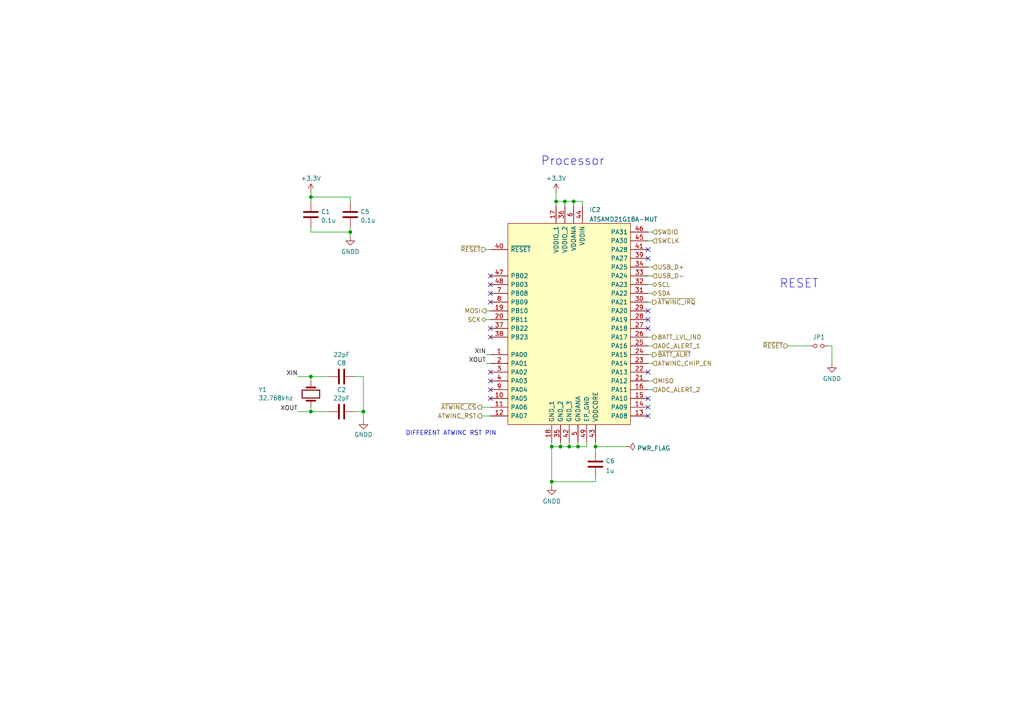
<source format=kicad_sch>
(kicad_sch (version 20231120) (generator "eeschema") (generator_version "8.0")
  (paper "A4")
  (lib_symbols
    (symbol "0.power-symbols:+3.3V" (power) (pin_names (offset 0))
      (property "Value" "+3.3V" (at 0 3.556 0))
      (symbol "+3.3V_0_1"
        (polyline (pts (xy -0.762 1.27) (xy 0 2.54)))
        (polyline (pts (xy 0 0) (xy 0 2.54)))
        (polyline (pts (xy 0 2.54) (xy 0.762 1.27)))
      )
      (symbol "+3.3V_1_1"
        (pin power_in line (at 0 0 90) (length 0) hide (name "+3V3") (number "1"))
      )
    )
    (symbol "0.power-symbols:GNDD" (power) (pin_names (offset 0))
      (property "Value" "GNDD" (at 0 -3.81 0))
      (symbol "GNDD_0_1"
        (polyline (pts (xy 0 0) (xy 0 -1.27) (xy 1.27 -1.27) (xy 0 -2.54) (xy -1.27 -1.27) (xy 0 -1.27)))
      )
      (symbol "GNDD_1_1"
        (pin power_in line (at 0 0 270) (length 0) hide (name "GNDD") (number "1"))
      )
    )
    (symbol "0.power-symbols:PWR_FLAG" (power) (pin_numbers hide) (pin_names (offset 0) hide)
      (property "Value" "PWR_FLAG" (at 0 3.81 0))
      (symbol "PWR_FLAG_0_0"
        (pin power_out line (at 0 0 90) (length 0) (name "pwr") (number "1"))
      )
      (symbol "PWR_FLAG_0_1"
        (polyline (pts (xy 0 0) (xy 0 1.27) (xy -1.016 1.905) (xy 0 2.54) (xy 1.016 1.905) (xy 0 1.27)))
      )
    )
    (symbol "1.semi.embedded_samdx:ATSAMD21G18A-MUT" (pin_names (offset 0.762))
      (property "Reference" "IC2" (at 5.8294 34.3957 0))
      (property "Value" "ATSAMD21G18A-MUT" (at 5.8294 31.6206 0))
      (symbol "ATSAMD21G18A-MUT_0_0"
        (pin passive line (at -22.86 -7.62 0) (length 5.08) (name "PA00") (number "1"))
        (pin passive line (at -22.86 -20.32 0) (length 5.08) (name "PA05") (number "10"))
        (pin passive line (at -22.86 -22.86 0) (length 5.08) (name "PA06") (number "11"))
        (pin passive line (at -22.86 -25.4 0) (length 5.08) (name "PA07") (number "12"))
        (pin passive line (at 22.86 -25.4 180) (length 5.08) (name "PA08") (number "13"))
        (pin passive line (at 22.86 -22.86 180) (length 5.08) (name "PA09") (number "14"))
        (pin passive line (at 22.86 -20.32 180) (length 5.08) (name "PA10") (number "15"))
        (pin passive line (at 22.86 -17.78 180) (length 5.08) (name "PA11") (number "16"))
        (pin power_in line (at -3.81 35.56 270) (length 5.08) (name "VDDIO_1") (number "17"))
        (pin power_in line (at -5.08 -33.02 90) (length 5.08) (name "GND_1") (number "18"))
        (pin passive line (at -22.86 5.08 0) (length 5.08) (name "PB10") (number "19"))
        (pin passive line (at -22.86 -10.16 0) (length 5.08) (name "PA01") (number "2"))
        (pin passive line (at -22.86 2.54 0) (length 5.08) (name "PB11") (number "20"))
        (pin passive line (at 22.86 -15.24 180) (length 5.08) (name "PA12") (number "21"))
        (pin passive line (at 22.86 -12.7 180) (length 5.08) (name "PA13") (number "22"))
        (pin passive line (at 22.86 -10.16 180) (length 5.08) (name "PA14") (number "23"))
        (pin passive line (at 22.86 -7.62 180) (length 5.08) (name "PA15") (number "24"))
        (pin passive line (at 22.86 -5.08 180) (length 5.08) (name "PA16") (number "25"))
        (pin passive line (at 22.86 -2.54 180) (length 5.08) (name "PA17") (number "26"))
        (pin passive line (at 22.86 0 180) (length 5.08) (name "PA18") (number "27"))
        (pin passive line (at 22.86 2.54 180) (length 5.08) (name "PA19") (number "28"))
        (pin passive line (at 22.86 5.08 180) (length 5.08) (name "PA20") (number "29"))
        (pin passive line (at -22.86 -12.7 0) (length 5.08) (name "PA02") (number "3"))
        (pin passive line (at 22.86 7.62 180) (length 5.08) (name "PA21") (number "30"))
        (pin passive line (at 22.86 10.16 180) (length 5.08) (name "PA22") (number "31"))
        (pin passive line (at 22.86 12.7 180) (length 5.08) (name "PA23") (number "32"))
        (pin passive line (at 22.86 15.24 180) (length 5.08) (name "PA24") (number "33"))
        (pin passive line (at 22.86 17.78 180) (length 5.08) (name "PA25") (number "34"))
        (pin power_in line (at -2.54 -33.02 90) (length 5.08) (name "GND_2") (number "35"))
        (pin power_in line (at -1.27 35.56 270) (length 5.08) (name "VDDIO_2") (number "36"))
        (pin passive line (at -22.86 0 0) (length 5.08) (name "PB22") (number "37"))
        (pin passive line (at -22.86 -2.54 0) (length 5.08) (name "PB23") (number "38"))
        (pin passive line (at 22.86 20.32 180) (length 5.08) (name "PA27") (number "39"))
        (pin passive line (at -22.86 -15.24 0) (length 5.08) (name "PA03") (number "4"))
        (pin passive line (at -22.86 22.86 0) (length 5.08) (name "~{RESET}") (number "40"))
        (pin passive line (at 22.86 22.86 180) (length 5.08) (name "PA28") (number "41"))
        (pin power_in line (at 0 -33.02 90) (length 5.08) (name "GND_3") (number "42"))
        (pin power_in line (at 7.62 -33.02 90) (length 5.08) (name "VDDCORE") (number "43"))
        (pin power_in line (at 3.81 35.56 270) (length 5.08) (name "VDDIN") (number "44"))
        (pin passive line (at 22.86 25.4 180) (length 5.08) (name "PA30") (number "45"))
        (pin passive line (at 22.86 27.94 180) (length 5.08) (name "PA31") (number "46"))
        (pin passive line (at -22.86 15.24 0) (length 5.08) (name "PB02") (number "47"))
        (pin passive line (at -22.86 12.7 0) (length 5.08) (name "PB03") (number "48"))
        (pin power_in line (at 5.08 -33.02 90) (length 5.08) (name "EP_GND") (number "49"))
        (pin power_in line (at 2.54 -33.02 90) (length 5.08) (name "GNDANA") (number "5"))
        (pin power_in line (at 1.27 35.56 270) (length 5.08) (name "VDDANA") (number "6"))
        (pin passive line (at -22.86 10.16 0) (length 5.08) (name "PB08") (number "7"))
        (pin passive line (at -22.86 7.62 0) (length 5.08) (name "PB09") (number "8"))
        (pin passive line (at -22.86 -17.78 0) (length 5.08) (name "PA04") (number "9"))
      )
      (symbol "ATSAMD21G18A-MUT_0_1"
        (polyline (pts (xy -17.78 30.48) (xy 17.78 30.48) (xy 17.78 -27.94) (xy -17.78 -27.94) (xy -17.78 30.48)) (stroke (width 0.1524)) (fill (type background)))
      )
    )
    (symbol "2.passive:C" (pin_numbers hide) (pin_names (offset 0.254))
      (property "Reference" "C" (at 0.635 2.54 0))
      (property "Value" "C" (at 0.635 -2.54 0))
      (symbol "C_0_1"
        (polyline (pts (xy -2.032 -0.762) (xy 2.032 -0.762)) (stroke (width 0.508)))
        (polyline (pts (xy -2.032 0.762) (xy 2.032 0.762)) (stroke (width 0.508)))
      )
      (symbol "C_1_1"
        (pin passive line (at 0 3.81 270) (length 2.794) (name "~") (number "1"))
        (pin passive line (at 0 -3.81 90) (length 2.794) (name "~") (number "2"))
      )
    )
    (symbol "2.passive:Crystal" (pin_numbers hide) (pin_names (offset 1.016) hide)
      (property "Reference" "Y" (at 0 3.81 0))
      (property "Value" "Crystal" (at 0 -3.81 0))
      (symbol "Crystal_0_1"
        (rectangle (start -1.143 2.54) (end 1.143 -2.54) (stroke (width 0.3048)))
        (polyline (pts (xy -2.54 0) (xy -1.905 0)))
        (polyline (pts (xy -1.905 -1.27) (xy -1.905 1.27)) (stroke (width 0.508)))
        (polyline (pts (xy 1.905 -1.27) (xy 1.905 1.27)) (stroke (width 0.508)))
        (polyline (pts (xy 2.54 0) (xy 1.905 0)))
      )
      (symbol "Crystal_1_1"
        (pin passive line (at -3.81 0 0) (length 1.27) (name "1") (number "1"))
        (pin passive line (at 3.81 0 180) (length 1.27) (name "2") (number "2"))
      )
    )
    (symbol "2.passive:Jumper_NO_Small" (pin_numbers hide) (pin_names (offset 0.762) hide)
      (property "Reference" "JP" (at 0 2.032 0))
      (property "Value" "Jumper_NO_Small" (at 0.254 -1.524 0))
      (symbol "Jumper_NO_Small_0_1"
        (circle (center -1.016 0) (radius 0.508))
        (circle (center 1.016 0) (radius 0.508))
        (pin passive line (at -2.54 0 0) (length 1.016) (name "1") (number "1"))
        (pin passive line (at 2.54 0 180) (length 1.016) (name "2") (number "2"))
      )
    )
  )
  (junction (at 90.17 57.15))
  (junction (at 166.37 58.42))
  (junction (at 161.29 58.42))
  (junction (at 105.41 119.38))
  (junction (at 90.17 109.22))
  (junction (at 160.02 129.54))
  (junction (at 160.02 139.7))
  (junction (at 90.17 119.38))
  (junction (at 162.56 129.54))
  (junction (at 172.72 129.54))
  (junction (at 163.83 58.42))
  (junction (at 101.6 67.31))
  (junction (at 167.64 129.54))
  (junction (at 165.1 129.54))
  (no_connect (at 187.96 115.57))
  (no_connect (at 142.24 95.25))
  (no_connect (at 142.24 85.09))
  (no_connect (at 142.24 107.95))
  (no_connect (at 187.96 74.93))
  (no_connect (at 142.24 110.49))
  (no_connect (at 142.24 113.03))
  (no_connect (at 187.96 120.65))
  (no_connect (at 187.96 95.25))
  (no_connect (at 142.24 82.55))
  (no_connect (at 142.24 87.63))
  (no_connect (at 142.24 80.01))
  (no_connect (at 187.96 118.11))
  (no_connect (at 142.24 97.79))
  (no_connect (at 187.96 92.71))
  (no_connect (at 187.96 72.39))
  (no_connect (at 187.96 107.95))
  (no_connect (at 142.24 115.57))
  (no_connect (at 187.96 90.17))
  (wire (pts (xy 165.1 129.54) (xy 167.64 129.54)))
  (wire (pts (xy 170.18 128.27) (xy 170.18 129.54)))
  (wire (pts (xy 187.96 69.85) (xy 189.23 69.85)))
  (wire (pts (xy 105.41 109.22) (xy 102.87 109.22)))
  (wire (pts (xy 160.02 129.54) (xy 160.02 139.7)))
  (wire (pts (xy 90.17 109.22) (xy 90.17 110.49)))
  (wire (pts (xy 187.96 110.49) (xy 189.23 110.49)))
  (wire (pts (xy 139.7 118.11) (xy 142.24 118.11)))
  (wire (pts (xy 172.72 129.54) (xy 181.61 129.54)))
  (wire (pts (xy 139.7 120.65) (xy 142.24 120.65)))
  (wire (pts (xy 90.17 57.15) (xy 101.6 57.15)))
  (wire (pts (xy 86.36 119.38) (xy 90.17 119.38)))
  (wire (pts (xy 90.17 57.15) (xy 90.17 58.42)))
  (wire (pts (xy 166.37 58.42) (xy 166.37 59.69)))
  (wire (pts (xy 101.6 66.04) (xy 101.6 67.31)))
  (wire (pts (xy 90.17 109.22) (xy 95.25 109.22)))
  (wire (pts (xy 160.02 128.27) (xy 160.02 129.54)))
  (wire (pts (xy 187.96 102.87) (xy 189.23 102.87)))
  (wire (pts (xy 90.17 118.11) (xy 90.17 119.38)))
  (wire (pts (xy 140.97 105.41) (xy 142.24 105.41)))
  (wire (pts (xy 162.56 129.54) (xy 165.1 129.54)))
  (wire (pts (xy 101.6 57.15) (xy 101.6 58.42)))
  (wire (pts (xy 189.23 82.55) (xy 187.96 82.55)))
  (wire (pts (xy 187.96 105.41) (xy 189.23 105.41)))
  (wire (pts (xy 161.29 58.42) (xy 163.83 58.42)))
  (wire (pts (xy 187.96 113.03) (xy 189.23 113.03)))
  (wire (pts (xy 102.87 119.38) (xy 105.41 119.38)))
  (wire (pts (xy 187.96 100.33) (xy 189.23 100.33)))
  (wire (pts (xy 187.96 67.31) (xy 189.23 67.31)))
  (wire (pts (xy 189.23 85.09) (xy 187.96 85.09)))
  (wire (pts (xy 172.72 128.27) (xy 172.72 129.54)))
  (wire (pts (xy 105.41 121.92) (xy 105.41 119.38)))
  (wire (pts (xy 165.1 128.27) (xy 165.1 129.54)))
  (wire (pts (xy 86.36 109.22) (xy 90.17 109.22)))
  (wire (pts (xy 187.96 97.79) (xy 189.23 97.79)))
  (wire (pts (xy 90.17 119.38) (xy 95.25 119.38)))
  (wire (pts (xy 187.96 80.01) (xy 189.23 80.01)))
  (wire (pts (xy 101.6 68.58) (xy 101.6 67.31)))
  (wire (pts (xy 161.29 55.88) (xy 161.29 58.42)))
  (wire (pts (xy 168.91 58.42) (xy 168.91 59.69)))
  (wire (pts (xy 189.23 77.47) (xy 187.96 77.47)))
  (wire (pts (xy 160.02 139.7) (xy 160.02 140.97)))
  (wire (pts (xy 161.29 58.42) (xy 161.29 59.69)))
  (wire (pts (xy 140.97 90.17) (xy 142.24 90.17)))
  (wire (pts (xy 90.17 66.04) (xy 90.17 67.31)))
  (wire (pts (xy 166.37 58.42) (xy 168.91 58.42)))
  (wire (pts (xy 160.02 129.54) (xy 162.56 129.54)))
  (wire (pts (xy 172.72 139.7) (xy 172.72 138.43)))
  (wire (pts (xy 105.41 119.38) (xy 105.41 109.22)))
  (wire (pts (xy 162.56 128.27) (xy 162.56 129.54)))
  (wire (pts (xy 90.17 55.88) (xy 90.17 57.15)))
  (wire (pts (xy 140.97 72.39) (xy 142.24 72.39)))
  (wire (pts (xy 90.17 67.31) (xy 101.6 67.31)))
  (wire (pts (xy 187.96 87.63) (xy 189.23 87.63)))
  (wire (pts (xy 172.72 129.54) (xy 172.72 130.81)))
  (wire (pts (xy 241.3 100.33) (xy 241.3 105.41)))
  (wire (pts (xy 167.64 128.27) (xy 167.64 129.54)))
  (wire (pts (xy 172.72 139.7) (xy 160.02 139.7)))
  (wire (pts (xy 241.3 100.33) (xy 240.03 100.33)))
  (wire (pts (xy 167.64 129.54) (xy 170.18 129.54)))
  (wire (pts (xy 163.83 58.42) (xy 163.83 59.69)))
  (wire (pts (xy 140.97 92.71) (xy 142.24 92.71)))
  (wire (pts (xy 140.97 102.87) (xy 142.24 102.87)))
  (wire (pts (xy 228.6 100.33) (xy 234.95 100.33)))
  (wire (pts (xy 163.83 58.42) (xy 166.37 58.42)))
  (text "RESET" (at 226.06 83.82 0) (effects (font (size 2.4892 2.4892)) (justify left bottom)))
  (text "DIFFERENT ATWINC RST PIN" (at 130.81 125.73 0) (effects (font (size 1.27 1.27))))
  (text "Processor" (at 156.845 48.26 0) (effects (font (size 2.4892 2.4892)) (justify left bottom)))
  (label "XOUT" (at 86.36 119.38 180))
  (label "XIN" (at 86.36 109.22 180))
  (label "XOUT" (at 140.97 105.41 180))
  (label "XIN" (at 140.97 102.87 180))
  (hierarchical_label "MISO" (shape input) (at 189.23 110.49 0))
  (hierarchical_label "BATT_LVL_IND" (shape output) (at 189.23 97.79 0))
  (hierarchical_label "~{RESET}" (shape input) (at 228.6 100.33 180))
  (hierarchical_label "SCL" (shape bidirectional) (at 189.23 82.55 0))
  (hierarchical_label "USB_D-" (shape input) (at 189.23 80.01 0))
  (hierarchical_label "SDA" (shape bidirectional) (at 189.23 85.09 0))
  (hierarchical_label "~{ATWINC_IRQ}" (shape output) (at 189.23 87.63 0))
  (hierarchical_label "MOSI" (shape output) (at 140.97 90.17 180))
  (hierarchical_label "SWCLK" (shape input) (at 189.23 69.85 0))
  (hierarchical_label "ADC_ALERT_1" (shape input) (at 189.23 100.33 0))
  (hierarchical_label "~{BATT_ALRT}" (shape output) (at 189.23 102.87 0))
  (hierarchical_label "ATWINC_RST" (shape output) (at 139.7 120.65 180))
  (hierarchical_label "SWDIO" (shape input) (at 189.23 67.31 0))
  (hierarchical_label "~{ATWINC_CS}" (shape output) (at 139.7 118.11 180))
  (hierarchical_label "ATWINC_CHIP_EN" (shape input) (at 189.23 105.41 0))
  (hierarchical_label "SCK" (shape bidirectional) (at 140.97 92.71 180))
  (hierarchical_label "~{RESET}" (shape input) (at 140.97 72.39 180))
  (hierarchical_label "ADC_ALERT_2" (shape input) (at 189.23 113.03 0))
  (hierarchical_label "USB_D+" (shape input) (at 189.23 77.47 0))
  (symbol (lib_id "0.power-symbols:GNDD") (at 160.02 140.97 0) (unit 1)
    (property "Reference" "#PWR08" (effects (hide yes)))
    (property "Value" "GNDD" (at 160.02 145.4134 0))
  )
  (symbol (lib_id "0.power-symbols:GNDD") (at 105.41 121.92 0) (unit 1)
    (property "Reference" "#PWR01" (effects (hide yes)))
    (property "Value" "GNDD" (at 105.41 126.0531 0))
  )
  (symbol (lib_id "0.power-symbols:PWR_FLAG") (at 181.61 129.54 270) (unit 1)
    (property "Reference" "#FLG01" (effects (hide yes)))
    (property "Value" "PWR_FLAG" (at 184.785 130.019 90) (effects (justify left)))
  )
  (symbol (lib_id "0.power-symbols:GNDD") (at 101.6 68.58 0) (unit 1)
    (property "Reference" "#PWR07" (effects (hide yes)))
    (property "Value" "GNDD" (at 101.6 73.0234 0))
  )
  (symbol (lib_id "2.passive:C") (at 99.06 109.22 270) (unit 1)
    (property "Reference" "C8" (at 99.06 105.2943 90))
    (property "Value" "22pF" (at 99.06 102.87 90))
    (property "Footprint" "2_Passives_Capacitors_SMD_IPC:C_1005_402_B" (effects (hide yes)))
    (property "Description" "Unpolarized capacitor" (effects (hide yes)))
    (property "PN" "2,15" (effects (hide yes)))
  )
  (symbol (lib_id "0.power-symbols:GNDD") (at 241.3 105.41 0) (unit 1)
    (property "Reference" "#PWR010" (effects (hide yes)))
    (property "Value" "GNDD" (at 241.3 109.8534 0))
  )
  (symbol (lib_id "2.passive:C") (at 172.72 134.62 0) (unit 1)
    (property "Reference" "C6" (at 175.641 133.7115 0) (effects (justify left)))
    (property "Value" "1u" (at 175.641 136.4866 0) (effects (justify left)))
    (property "Footprint" "2_Passives_Capacitors_SMD_IPC:C_1608_603_B" (effects (hide yes)))
    (property "PN" "2,16" (effects (hide yes)))
  )
  (symbol (lib_id "2.passive:Crystal") (at 90.17 114.3 90) (unit 1)
    (property "Reference" "Y1" (at 74.93 113.03 90) (effects (justify right)))
    (property "Value" "32.768khz" (at 74.93 115.4543 90) (effects (justify right)))
    (property "Footprint" "footprint:2-smd" (effects (hide yes)))
    (property "Datasheet" "https://ecsxtal.com/store/pdf/ecx-31b.pdf" (effects (hide yes)))
    (property "Description" "Two pin crystal" (effects (hide yes)))
    (property "PN" "7,3" (effects (hide yes)))
  )
  (symbol (lib_id "2.passive:C") (at 101.6 62.23 180) (unit 1)
    (property "Reference" "C5" (at 104.521 61.3953 0) (effects (justify right)))
    (property "Value" "0.1u" (at 104.521 63.9322 0) (effects (justify right)))
    (property "Footprint" "2_Passives_Capacitors_SMD_IPC:C_1608_603_B" (effects (hide yes)))
    (property "PN" "2,10" (effects (hide yes)))
  )
  (symbol (lib_id "1.semi.embedded_samdx:ATSAMD21G18A-MUT") (at 165.1 95.25 0) (unit 1)
    (property "Reference" "IC2" (at 170.9294 60.8543 0) (effects (justify left)))
    (property "Value" "ATSAMD21G18A-MUT" (at 170.9294 63.6294 0) (effects (justify left)))
    (property "Footprint" "1_Semi_QFN:QFN50P700X700X90-49N-D" (effects (hide yes)))
    (property "Datasheet" "https://datasheet.datasheetarchive.com/originals/distributors/DKDS41/DSANUWW0026743.pdf" (effects (hide yes)))
    (property "PN" "4,11" (effects (hide yes)))
  )
  (symbol (lib_id "0.power-symbols:+3.3V") (at 161.29 55.88 0) (unit 1)
    (property "Reference" "#PWR09" (effects (hide yes)))
    (property "Value" "+3.3V" (at 161.29 51.7469 0))
  )
  (symbol (lib_id "2.passive:C") (at 99.06 119.38 270) (unit 1)
    (property "Reference" "C2" (at 99.06 113.0765 90))
    (property "Value" "22pF" (at 99.06 115.5008 90))
    (property "Footprint" "2_Passives_Capacitors_SMD_IPC:C_1005_402_B" (effects (hide yes)))
    (property "Description" "Unpolarized capacitor" (effects (hide yes)))
    (property "PN" "2,15" (effects (hide yes)))
  )
  (symbol (lib_id "0.power-symbols:+3.3V") (at 90.17 55.88 0) (unit 1)
    (property "Reference" "#PWR03" (effects (hide yes)))
    (property "Value" "+3.3V" (at 90.17 51.7469 0))
  )
  (symbol (lib_id "2.passive:C") (at 90.17 62.23 180) (unit 1)
    (property "Reference" "C1" (at 93.091 61.3953 0) (effects (justify right)))
    (property "Value" "0.1u" (at 93.091 63.9322 0) (effects (justify right)))
    (property "Footprint" "2_Passives_Capacitors_SMD_IPC:C_1608_603_B" (effects (hide yes)))
    (property "PN" "2,10" (effects (hide yes)))
  )
  (symbol (lib_id "2.passive:Jumper_NO_Small") (at 237.49 100.33 0) (unit 1)
    (property "Reference" "JP1" (at 237.49 97.79 0))
    (property "Value" "Jumper_NO_Small" (effects (hide yes)))
    (property "Footprint" "0_misc:SolderJumper-2_P1.3mm_Open_RoundedPad1.0x1.5mm" (effects (hide yes)))
    (property "Description" "Jumper, normally open, small symbol" (effects (hide yes)))
  )
)
</source>
